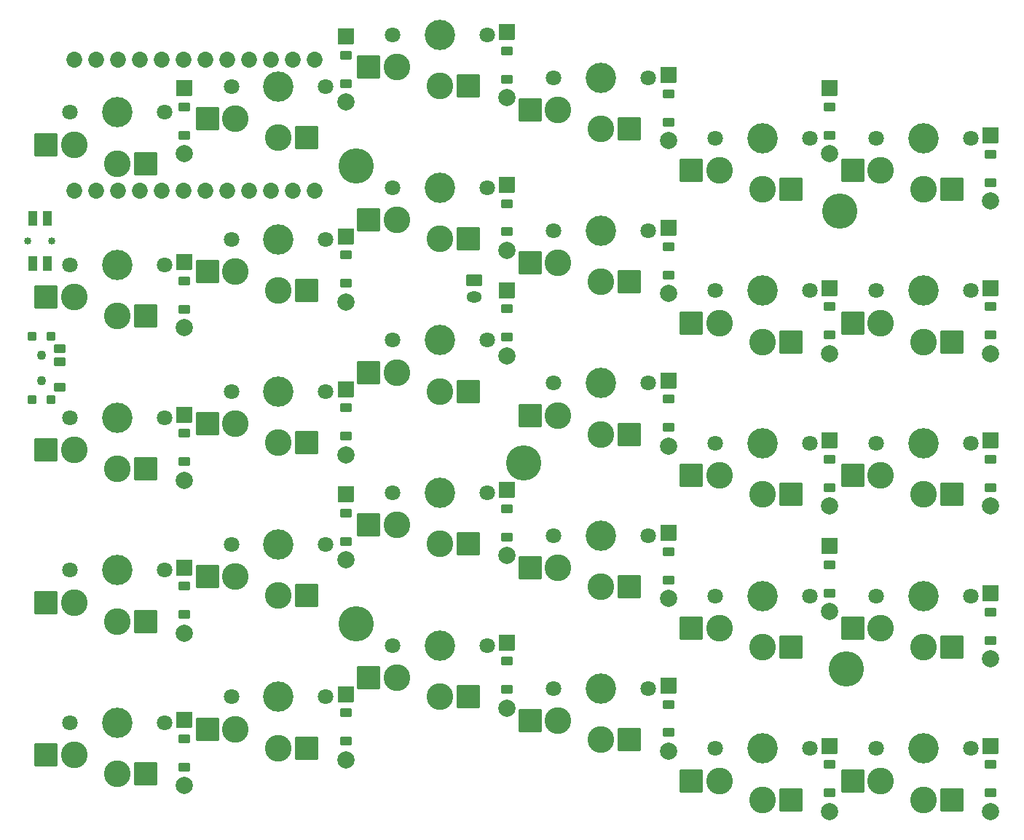
<source format=gbr>
%TF.GenerationSoftware,KiCad,Pcbnew,7.0.8*%
%TF.CreationDate,2024-07-17T12:43:32-03:00*%
%TF.ProjectId,right,72696768-742e-46b6-9963-61645f706362,v1.0.0*%
%TF.SameCoordinates,Original*%
%TF.FileFunction,Soldermask,Bot*%
%TF.FilePolarity,Negative*%
%FSLAX46Y46*%
G04 Gerber Fmt 4.6, Leading zero omitted, Abs format (unit mm)*
G04 Created by KiCad (PCBNEW 7.0.8) date 2024-07-17 12:43:32*
%MOMM*%
%LPD*%
G01*
G04 APERTURE LIST*
G04 Aperture macros list*
%AMRoundRect*
0 Rectangle with rounded corners*
0 $1 Rounding radius*
0 $2 $3 $4 $5 $6 $7 $8 $9 X,Y pos of 4 corners*
0 Add a 4 corners polygon primitive as box body*
4,1,4,$2,$3,$4,$5,$6,$7,$8,$9,$2,$3,0*
0 Add four circle primitives for the rounded corners*
1,1,$1+$1,$2,$3*
1,1,$1+$1,$4,$5*
1,1,$1+$1,$6,$7*
1,1,$1+$1,$8,$9*
0 Add four rect primitives between the rounded corners*
20,1,$1+$1,$2,$3,$4,$5,0*
20,1,$1+$1,$4,$5,$6,$7,0*
20,1,$1+$1,$6,$7,$8,$9,0*
20,1,$1+$1,$8,$9,$2,$3,0*%
G04 Aperture macros list end*
%ADD10RoundRect,0.050000X0.450000X-0.450000X0.450000X0.450000X-0.450000X0.450000X-0.450000X-0.450000X0*%
%ADD11C,1.100000*%
%ADD12RoundRect,0.050000X0.625000X-0.450000X0.625000X0.450000X-0.625000X0.450000X-0.625000X-0.450000X0*%
%ADD13RoundRect,0.050000X-0.889000X0.889000X-0.889000X-0.889000X0.889000X-0.889000X0.889000X0.889000X0*%
%ADD14RoundRect,0.050000X-0.600000X0.450000X-0.600000X-0.450000X0.600000X-0.450000X0.600000X0.450000X0*%
%ADD15C,2.005000*%
%ADD16C,1.801800*%
%ADD17C,3.100000*%
%ADD18C,3.529000*%
%ADD19RoundRect,0.050000X1.300000X1.300000X-1.300000X1.300000X-1.300000X-1.300000X1.300000X-1.300000X0*%
%ADD20C,4.100000*%
%ADD21C,0.850000*%
%ADD22RoundRect,0.050000X0.500000X-0.775000X0.500000X0.775000X-0.500000X0.775000X-0.500000X-0.775000X0*%
%ADD23C,1.852600*%
%ADD24RoundRect,0.050000X-0.850000X0.600000X-0.850000X-0.600000X0.850000X-0.600000X0.850000X0.600000X0*%
%ADD25O,1.800000X1.300000*%
G04 APERTURE END LIST*
D10*
%TO.C,T1*%
X243850000Y-109450000D03*
X246050000Y-109450000D03*
D11*
X244950000Y-107250000D03*
X244950000Y-104250000D03*
D10*
X243850000Y-102050000D03*
X246050000Y-102050000D03*
D12*
X247025000Y-108000000D03*
X247025000Y-105000000D03*
X247025000Y-103500000D03*
%TD*%
D13*
%TO.C,D9*%
X317800000Y-142690000D03*
D14*
X317800000Y-144850000D03*
X317800000Y-148150000D03*
D15*
X317800000Y-150310000D03*
%TD*%
D16*
%TO.C,S9*%
X334250000Y-96750000D03*
D17*
X328750000Y-102700000D03*
D18*
X328750000Y-96750000D03*
D17*
X323750000Y-100500000D03*
D16*
X323250000Y-96750000D03*
D19*
X332025000Y-102700000D03*
X320475000Y-100500000D03*
%TD*%
D13*
%TO.C,D4*%
X355300000Y-96440000D03*
D14*
X355300000Y-98600000D03*
X355300000Y-101900000D03*
D15*
X355300000Y-104060000D03*
%TD*%
D16*
%TO.C,S6*%
X334250000Y-150000000D03*
D17*
X328750000Y-155950000D03*
D18*
X328750000Y-150000000D03*
D17*
X323750000Y-153750000D03*
D16*
X323250000Y-150000000D03*
D19*
X332025000Y-155950000D03*
X320475000Y-153750000D03*
%TD*%
D13*
%TO.C,D20*%
X280300000Y-90440000D03*
D14*
X280300000Y-92600000D03*
X280300000Y-95900000D03*
D15*
X280300000Y-98060000D03*
%TD*%
D16*
%TO.C,S13*%
X315500000Y-107500000D03*
D17*
X310000000Y-113450000D03*
D18*
X310000000Y-107500000D03*
D17*
X305000000Y-111250000D03*
D16*
X304500000Y-107500000D03*
D19*
X313275000Y-113450000D03*
X301725000Y-111250000D03*
%TD*%
D20*
%TO.C,*%
X281500000Y-135500000D03*
%TD*%
D16*
%TO.C,S29*%
X259250000Y-93750000D03*
D17*
X253750000Y-99700000D03*
D18*
X253750000Y-93750000D03*
D17*
X248750000Y-97500000D03*
D16*
X248250000Y-93750000D03*
D19*
X257025000Y-99700000D03*
X245475000Y-97500000D03*
%TD*%
D16*
%TO.C,S17*%
X296750000Y-120250000D03*
D17*
X291250000Y-126200000D03*
D18*
X291250000Y-120250000D03*
D17*
X286250000Y-124000000D03*
D16*
X285750000Y-120250000D03*
D19*
X294525000Y-126200000D03*
X282975000Y-124000000D03*
%TD*%
D13*
%TO.C,D5*%
X355300000Y-78690000D03*
D14*
X355300000Y-80850000D03*
X355300000Y-84150000D03*
D15*
X355300000Y-86310000D03*
%TD*%
D13*
%TO.C,D13*%
X317800000Y-71690000D03*
D14*
X317800000Y-73850000D03*
X317800000Y-77150000D03*
D15*
X317800000Y-79310000D03*
%TD*%
D13*
%TO.C,D15*%
X299050000Y-119940000D03*
D14*
X299050000Y-122100000D03*
X299050000Y-125400000D03*
D15*
X299050000Y-127560000D03*
%TD*%
D13*
%TO.C,D6*%
X336550000Y-149690000D03*
D14*
X336550000Y-151850000D03*
X336550000Y-155150000D03*
D15*
X336550000Y-157310000D03*
%TD*%
D20*
%TO.C,*%
X301000000Y-116750000D03*
%TD*%
D13*
%TO.C,D16*%
X299050000Y-84440000D03*
D14*
X299050000Y-86600000D03*
X299050000Y-89900000D03*
D15*
X299050000Y-92060000D03*
%TD*%
D13*
%TO.C,D14*%
X299050000Y-137690000D03*
D14*
X299050000Y-139850000D03*
X299050000Y-143150000D03*
D15*
X299050000Y-145310000D03*
%TD*%
D16*
%TO.C,S15*%
X315500000Y-72000000D03*
D17*
X310000000Y-77950000D03*
D18*
X310000000Y-72000000D03*
D17*
X305000000Y-75750000D03*
D16*
X304500000Y-72000000D03*
D19*
X313275000Y-77950000D03*
X301725000Y-75750000D03*
%TD*%
D13*
%TO.C,D25*%
X336550000Y-126440000D03*
D14*
X336550000Y-128600000D03*
X336550000Y-131900000D03*
D15*
X336550000Y-134060000D03*
%TD*%
D13*
%TO.C,D17*%
X299050000Y-66690000D03*
D14*
X299050000Y-68850000D03*
X299050000Y-72150000D03*
D15*
X299050000Y-74310000D03*
%TD*%
D13*
%TO.C,D1*%
X355300000Y-149690000D03*
D14*
X355300000Y-151850000D03*
X355300000Y-155150000D03*
D15*
X355300000Y-157310000D03*
%TD*%
D16*
%TO.C,S3*%
X353000000Y-114500000D03*
D17*
X347500000Y-120450000D03*
D18*
X347500000Y-114500000D03*
D17*
X342500000Y-118250000D03*
D16*
X342000000Y-114500000D03*
D19*
X350775000Y-120450000D03*
X339225000Y-118250000D03*
%TD*%
D13*
%TO.C,D18*%
X280300000Y-143690000D03*
D14*
X280300000Y-145850000D03*
X280300000Y-149150000D03*
D15*
X280300000Y-151310000D03*
%TD*%
D13*
%TO.C,D3*%
X355300000Y-114190000D03*
D14*
X355300000Y-116350000D03*
X355300000Y-119650000D03*
D15*
X355300000Y-121810000D03*
%TD*%
D16*
%TO.C,S12*%
X315500000Y-125250000D03*
D17*
X310000000Y-131200000D03*
D18*
X310000000Y-125250000D03*
D17*
X305000000Y-129000000D03*
D16*
X304500000Y-125250000D03*
D19*
X313275000Y-131200000D03*
X301725000Y-129000000D03*
%TD*%
D13*
%TO.C,D23*%
X261550000Y-111190000D03*
D14*
X261550000Y-113350000D03*
X261550000Y-116650000D03*
D15*
X261550000Y-118810000D03*
%TD*%
D16*
%TO.C,S2*%
X353000000Y-132250000D03*
D17*
X347500000Y-138200000D03*
D18*
X347500000Y-132250000D03*
D17*
X342500000Y-136000000D03*
D16*
X342000000Y-132250000D03*
D19*
X350775000Y-138200000D03*
X339225000Y-136000000D03*
%TD*%
D16*
%TO.C,S11*%
X315500000Y-143000000D03*
D17*
X310000000Y-148950000D03*
D18*
X310000000Y-143000000D03*
D17*
X305000000Y-146750000D03*
D16*
X304500000Y-143000000D03*
D19*
X313275000Y-148950000D03*
X301725000Y-146750000D03*
%TD*%
D16*
%TO.C,S5*%
X353000000Y-79000000D03*
D17*
X347500000Y-84950000D03*
D18*
X347500000Y-79000000D03*
D17*
X342500000Y-82750000D03*
D16*
X342000000Y-79000000D03*
D19*
X350775000Y-84950000D03*
X339225000Y-82750000D03*
%TD*%
D16*
%TO.C,S18*%
X296750000Y-102500000D03*
D17*
X291250000Y-108450000D03*
D18*
X291250000Y-102500000D03*
D17*
X286250000Y-106250000D03*
D16*
X285750000Y-102500000D03*
D19*
X294525000Y-108450000D03*
X282975000Y-106250000D03*
%TD*%
D16*
%TO.C,S14*%
X315500000Y-89750000D03*
D17*
X310000000Y-95700000D03*
D18*
X310000000Y-89750000D03*
D17*
X305000000Y-93500000D03*
D16*
X304500000Y-89750000D03*
D19*
X313275000Y-95700000D03*
X301725000Y-93500000D03*
%TD*%
D21*
%TO.C,B1*%
X243375000Y-90950000D03*
X246125000Y-90950000D03*
D22*
X243900000Y-93575000D03*
X243900000Y-88325000D03*
X245600000Y-93575000D03*
X245600000Y-88325000D03*
%TD*%
D13*
%TO.C,D11*%
X317800000Y-107190000D03*
D14*
X317800000Y-109350000D03*
X317800000Y-112650000D03*
D15*
X317800000Y-114810000D03*
%TD*%
D13*
%TO.C,D21*%
X261550000Y-146690000D03*
D14*
X261550000Y-148850000D03*
X261550000Y-152150000D03*
D15*
X261550000Y-154310000D03*
%TD*%
D16*
%TO.C,S27*%
X259250000Y-129250000D03*
D17*
X253750000Y-135200000D03*
D18*
X253750000Y-129250000D03*
D17*
X248750000Y-133000000D03*
D16*
X248250000Y-129250000D03*
D19*
X257025000Y-135200000D03*
X245475000Y-133000000D03*
%TD*%
D20*
%TO.C,*%
X281500000Y-82250000D03*
%TD*%
D16*
%TO.C,S19*%
X296750000Y-84750000D03*
D17*
X291250000Y-90700000D03*
D18*
X291250000Y-84750000D03*
D17*
X286250000Y-88500000D03*
D16*
X285750000Y-84750000D03*
D19*
X294525000Y-90700000D03*
X282975000Y-88500000D03*
%TD*%
D16*
%TO.C,S23*%
X278000000Y-108500000D03*
D17*
X272500000Y-114450000D03*
D18*
X272500000Y-108500000D03*
D17*
X267500000Y-112250000D03*
D16*
X267000000Y-108500000D03*
D19*
X275775000Y-114450000D03*
X264225000Y-112250000D03*
%TD*%
D13*
%TO.C,D12*%
X317800000Y-89440000D03*
D14*
X317800000Y-91600000D03*
X317800000Y-94900000D03*
D15*
X317800000Y-97060000D03*
%TD*%
D13*
%TO.C,D29*%
X280300000Y-67190000D03*
D14*
X280300000Y-69350000D03*
X280300000Y-72650000D03*
D15*
X280300000Y-74810000D03*
%TD*%
D23*
%TO.C,MCU1*%
X248780000Y-85120000D03*
X251320000Y-85120000D03*
X253860000Y-85120000D03*
X256400000Y-85120000D03*
X258940000Y-85120000D03*
X261480000Y-85120000D03*
X264020000Y-85120000D03*
X266560000Y-85120000D03*
X269100000Y-85120000D03*
X271640000Y-85120000D03*
X274180000Y-85120000D03*
X276720000Y-85120000D03*
X276720000Y-69880000D03*
X274180000Y-69880000D03*
X271640000Y-69880000D03*
X269100000Y-69880000D03*
X266560000Y-69880000D03*
X264020000Y-69880000D03*
X261480000Y-69880000D03*
X258940000Y-69880000D03*
X256400000Y-69880000D03*
X253860000Y-69880000D03*
X251320000Y-69880000D03*
X248780000Y-69880000D03*
%TD*%
D16*
%TO.C,S8*%
X334250000Y-114500000D03*
D17*
X328750000Y-120450000D03*
D18*
X328750000Y-114500000D03*
D17*
X323750000Y-118250000D03*
D16*
X323250000Y-114500000D03*
D19*
X332025000Y-120450000D03*
X320475000Y-118250000D03*
%TD*%
D13*
%TO.C,D24*%
X261550000Y-93440000D03*
D14*
X261550000Y-95600000D03*
X261550000Y-98900000D03*
D15*
X261550000Y-101060000D03*
%TD*%
D20*
%TO.C,*%
X337750000Y-87500000D03*
%TD*%
D13*
%TO.C,D19*%
X280300000Y-108190000D03*
D14*
X280300000Y-110350000D03*
X280300000Y-113650000D03*
D15*
X280300000Y-115810000D03*
%TD*%
D16*
%TO.C,S26*%
X259250000Y-147000000D03*
D17*
X253750000Y-152950000D03*
D18*
X253750000Y-147000000D03*
D17*
X248750000Y-150750000D03*
D16*
X248250000Y-147000000D03*
D19*
X257025000Y-152950000D03*
X245475000Y-150750000D03*
%TD*%
D13*
%TO.C,D28*%
X280300000Y-120440000D03*
D14*
X280300000Y-122600000D03*
X280300000Y-125900000D03*
D15*
X280300000Y-128060000D03*
%TD*%
D16*
%TO.C,S22*%
X278000000Y-126250000D03*
D17*
X272500000Y-132200000D03*
D18*
X272500000Y-126250000D03*
D17*
X267500000Y-130000000D03*
D16*
X267000000Y-126250000D03*
D19*
X275775000Y-132200000D03*
X264225000Y-130000000D03*
%TD*%
D16*
%TO.C,S20*%
X296750000Y-67000000D03*
D17*
X291250000Y-72950000D03*
D18*
X291250000Y-67000000D03*
D17*
X286250000Y-70750000D03*
D16*
X285750000Y-67000000D03*
D19*
X294525000Y-72950000D03*
X282975000Y-70750000D03*
%TD*%
D16*
%TO.C,S1*%
X353000000Y-150000000D03*
D17*
X347500000Y-155950000D03*
D18*
X347500000Y-150000000D03*
D17*
X342500000Y-153750000D03*
D16*
X342000000Y-150000000D03*
D19*
X350775000Y-155950000D03*
X339225000Y-153750000D03*
%TD*%
D13*
%TO.C,D22*%
X261550000Y-128940000D03*
D14*
X261550000Y-131100000D03*
X261550000Y-134400000D03*
D15*
X261550000Y-136560000D03*
%TD*%
D24*
%TO.C,JST1*%
X295250000Y-95500000D03*
D25*
X295250000Y-97500000D03*
%TD*%
D13*
%TO.C,D27*%
X299050000Y-96690000D03*
D14*
X299050000Y-98850000D03*
X299050000Y-102150000D03*
D15*
X299050000Y-104310000D03*
%TD*%
D13*
%TO.C,D8*%
X336550000Y-96440000D03*
D14*
X336550000Y-98600000D03*
X336550000Y-101900000D03*
D15*
X336550000Y-104060000D03*
%TD*%
D16*
%TO.C,S7*%
X334250000Y-132250000D03*
D17*
X328750000Y-138200000D03*
D18*
X328750000Y-132250000D03*
D17*
X323750000Y-136000000D03*
D16*
X323250000Y-132250000D03*
D19*
X332025000Y-138200000D03*
X320475000Y-136000000D03*
%TD*%
D20*
%TO.C,*%
X338500000Y-140750000D03*
%TD*%
D13*
%TO.C,D30*%
X261550000Y-73190000D03*
D14*
X261550000Y-75350000D03*
X261550000Y-78650000D03*
D15*
X261550000Y-80810000D03*
%TD*%
D13*
%TO.C,D7*%
X336550000Y-114190000D03*
D14*
X336550000Y-116350000D03*
X336550000Y-119650000D03*
D15*
X336550000Y-121810000D03*
%TD*%
D16*
%TO.C,S28*%
X259250000Y-111500000D03*
D17*
X253750000Y-117450000D03*
D18*
X253750000Y-111500000D03*
D17*
X248750000Y-115250000D03*
D16*
X248250000Y-111500000D03*
D19*
X257025000Y-117450000D03*
X245475000Y-115250000D03*
%TD*%
D13*
%TO.C,D10*%
X317800000Y-124940000D03*
D14*
X317800000Y-127100000D03*
X317800000Y-130400000D03*
D15*
X317800000Y-132560000D03*
%TD*%
D16*
%TO.C,S4*%
X353000000Y-96750000D03*
D17*
X347500000Y-102700000D03*
D18*
X347500000Y-96750000D03*
D17*
X342500000Y-100500000D03*
D16*
X342000000Y-96750000D03*
D19*
X350775000Y-102700000D03*
X339225000Y-100500000D03*
%TD*%
D16*
%TO.C,S10*%
X334250000Y-79000000D03*
D17*
X328750000Y-84950000D03*
D18*
X328750000Y-79000000D03*
D17*
X323750000Y-82750000D03*
D16*
X323250000Y-79000000D03*
D19*
X332025000Y-84950000D03*
X320475000Y-82750000D03*
%TD*%
D13*
%TO.C,D26*%
X336550000Y-73190000D03*
D14*
X336550000Y-75350000D03*
X336550000Y-78650000D03*
D15*
X336550000Y-80810000D03*
%TD*%
D16*
%TO.C,S30*%
X259250000Y-76000000D03*
D17*
X253750000Y-81950000D03*
D18*
X253750000Y-76000000D03*
D17*
X248750000Y-79750000D03*
D16*
X248250000Y-76000000D03*
D19*
X257025000Y-81950000D03*
X245475000Y-79750000D03*
%TD*%
D16*
%TO.C,S16*%
X296750000Y-138000000D03*
D17*
X291250000Y-143950000D03*
D18*
X291250000Y-138000000D03*
D17*
X286250000Y-141750000D03*
D16*
X285750000Y-138000000D03*
D19*
X294525000Y-143950000D03*
X282975000Y-141750000D03*
%TD*%
D13*
%TO.C,D2*%
X355300000Y-131940000D03*
D14*
X355300000Y-134100000D03*
X355300000Y-137400000D03*
D15*
X355300000Y-139560000D03*
%TD*%
D16*
%TO.C,S24*%
X278000000Y-90750000D03*
D17*
X272500000Y-96700000D03*
D18*
X272500000Y-90750000D03*
D17*
X267500000Y-94500000D03*
D16*
X267000000Y-90750000D03*
D19*
X275775000Y-96700000D03*
X264225000Y-94500000D03*
%TD*%
D16*
%TO.C,S25*%
X278000000Y-73000000D03*
D17*
X272500000Y-78950000D03*
D18*
X272500000Y-73000000D03*
D17*
X267500000Y-76750000D03*
D16*
X267000000Y-73000000D03*
D19*
X275775000Y-78950000D03*
X264225000Y-76750000D03*
%TD*%
D16*
%TO.C,S21*%
X278000000Y-144000000D03*
D17*
X272500000Y-149950000D03*
D18*
X272500000Y-144000000D03*
D17*
X267500000Y-147750000D03*
D16*
X267000000Y-144000000D03*
D19*
X275775000Y-149950000D03*
X264225000Y-147750000D03*
%TD*%
M02*

</source>
